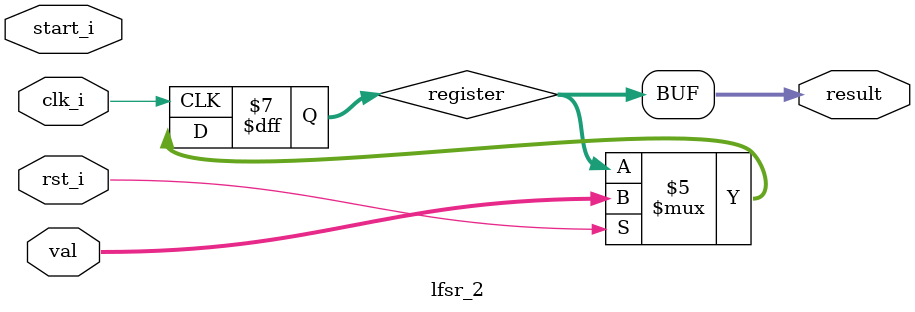
<source format=v>
`timescale 1ns / 1ps

module lfsr_2 (
    input wire clk_i,
    input wire rst_i,
    input wire [ 7 : 0 ] val,
    input wire start_i,
    output wire [ 7 : 0 ] result
);

reg [7:0] register;
assign result = register;

always @(posedge clk_i) begin
    if (rst_i) begin
        register <= val;
    end else if (start_i) begin
        
        buffer[0] <= 0;
        buffer[1] <= buffer[0];
        buffer[2] <= buffer[1];
        buffer[3] <= buffer[2] ^ buffer[7];
        buffer[4] <= buffer[3];
        buffer[5] <= buffer[4];
        buffer[6] <= buffer[5] ^ buffer[7];
        buffer[7] <= buffer[6] ^ buffer[7];
    end
end
endmodule

</source>
